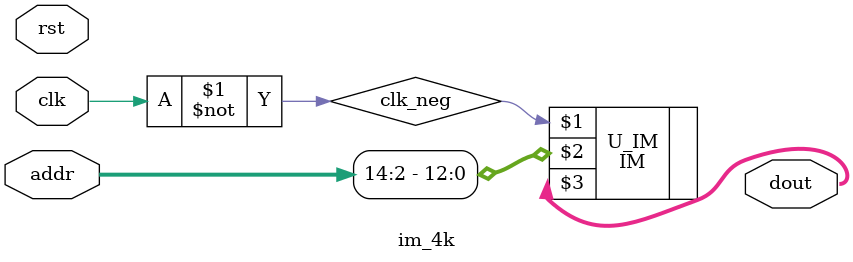
<source format=v>
module im_4k (addr,dout,clk,rst) ;
	input         [31:2]  addr ;
	input					clk ;
	input					rst ;
	output        [31:0]  dout ;
	wire					clk_neg;
	//reg           [31:0]  dout ;
	//reg           [31:0]  im[1023:0] ;
	assign clk_neg = ~clk ;
	IM U_IM(clk_neg,addr[14:2] ,dout);
	
	// always @ ( rst )
	// if( rst == 0 )
	// begin
		// im[32'd0] = 32'h34057f00 ;
		// im[32'd1] = 32'h34067f04 ;
		// im[32'd2] = 32'h34077f08 ;
		// im[32'd3] = 32'h34087f0c ;
		// im[32'd4] = 32'h34097f10 ;
		// im[32'd5] = 32'h34187f14 ;
		// im[32'd6] = 32'h34140009 ;
		// im[32'd7] = 32'h3415FFFF ;
		// im[32'd8] = 32'h8d160000 ;
		// im[32'd9] = 32'h8d370000 ;
		// im[32'd10] = 32'h12d70001 ;
		// im[32'd11] = 32'had360000 ;
		// im[32'd12] = 32'h1000fffb ;
	
		// im[32'h0000_4180] = 32'h8f190000 ;
		// im[32'h0000_4184] = 32'h23390001 ;
		// im[32'h0000_4188] = 32'haf190000 ;
		// im[32'h0000_418c] = 32'hacb40000 ;
		// im[32'h0000_4190] = 32'hacf50000 ;
		// im[32'h0000_4194] = 32'h42000018 ;
	// end
	
	// always @ ( * )
		// dout <= im[addr] ;
		

		
endmodule

    
</source>
